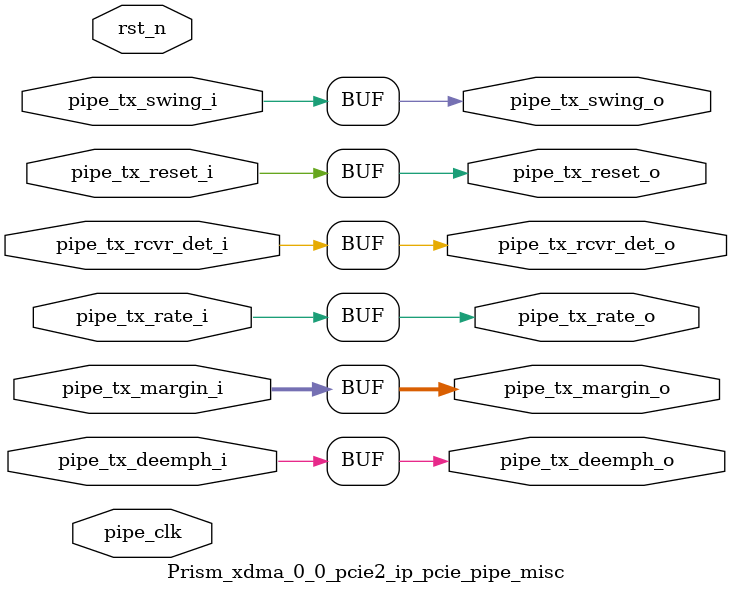
<source format=v>

`timescale 1ps/1ps

(* DowngradeIPIdentifiedWarnings = "yes" *)
module Prism_xdma_0_0_pcie2_ip_pcie_pipe_misc #
(
    parameter        PIPE_PIPELINE_STAGES = 0,    // 0 - 0 stages, 1 - 1 stage, 2 - 2 stages
    parameter TCQ  = 1 // synthesis warning solved: parameter declaration becomes local
)
(

    input   wire        pipe_tx_rcvr_det_i       ,     // PIPE Tx Receiver Detect
    input   wire        pipe_tx_reset_i          ,     // PIPE Tx Reset
    input   wire        pipe_tx_rate_i           ,     // PIPE Tx Rate
    input   wire        pipe_tx_deemph_i         ,     // PIPE Tx Deemphasis
    input   wire [2:0]  pipe_tx_margin_i         ,     // PIPE Tx Margin
    input   wire        pipe_tx_swing_i          ,     // PIPE Tx Swing

    output  wire        pipe_tx_rcvr_det_o       ,     // Pipelined PIPE Tx Receiver Detect
    output  wire        pipe_tx_reset_o          ,     // Pipelined PIPE Tx Reset
    output  wire        pipe_tx_rate_o           ,     // Pipelined PIPE Tx Rate
    output  wire        pipe_tx_deemph_o         ,     // Pipelined PIPE Tx Deemphasis
    output  wire [2:0]  pipe_tx_margin_o         ,     // Pipelined PIPE Tx Margin
    output  wire        pipe_tx_swing_o          ,     // Pipelined PIPE Tx Swing

    input   wire        pipe_clk                ,      // PIPE Clock
    input   wire        rst_n                          // Reset
);

//******************************************************************//
// Reality check.                                                   //
//******************************************************************//

//    parameter TCQ  = 1;      // clock to out delay model

    generate

    if (PIPE_PIPELINE_STAGES == 0) begin : pipe_stages_0

        assign pipe_tx_rcvr_det_o = pipe_tx_rcvr_det_i;
        assign pipe_tx_reset_o  = pipe_tx_reset_i;
        assign pipe_tx_rate_o = pipe_tx_rate_i;
        assign pipe_tx_deemph_o = pipe_tx_deemph_i;
        assign pipe_tx_margin_o = pipe_tx_margin_i;
        assign pipe_tx_swing_o = pipe_tx_swing_i;

    end // if (PIPE_PIPELINE_STAGES == 0)
    else if (PIPE_PIPELINE_STAGES == 1) begin : pipe_stages_1

    reg                pipe_tx_rcvr_det_q       ;
    reg                pipe_tx_reset_q          ;
    reg                pipe_tx_rate_q           ;
    reg                pipe_tx_deemph_q         ;
    reg [2:0]          pipe_tx_margin_q         ;
    reg                pipe_tx_swing_q          ;

        always @(posedge pipe_clk) begin

        if (rst_n)
        begin

            pipe_tx_rcvr_det_q <= #TCQ 0;
            pipe_tx_reset_q  <= #TCQ 1'b1;
            pipe_tx_rate_q <= #TCQ 0;
            pipe_tx_deemph_q <= #TCQ 1'b1;
            pipe_tx_margin_q <= #TCQ 0;
            pipe_tx_swing_q <= #TCQ 0;

        end
        else
        begin

            pipe_tx_rcvr_det_q <= #TCQ pipe_tx_rcvr_det_i;
            pipe_tx_reset_q  <= #TCQ pipe_tx_reset_i;
            pipe_tx_rate_q <= #TCQ pipe_tx_rate_i;
            pipe_tx_deemph_q <= #TCQ pipe_tx_deemph_i;
            pipe_tx_margin_q <= #TCQ pipe_tx_margin_i;
            pipe_tx_swing_q <= #TCQ pipe_tx_swing_i;

          end

        end

        assign pipe_tx_rcvr_det_o = pipe_tx_rcvr_det_q;
        assign pipe_tx_reset_o  = pipe_tx_reset_q;
        assign pipe_tx_rate_o = pipe_tx_rate_q;
        assign pipe_tx_deemph_o = pipe_tx_deemph_q;
        assign pipe_tx_margin_o = pipe_tx_margin_q;
        assign pipe_tx_swing_o = pipe_tx_swing_q;

    end // if (PIPE_PIPELINE_STAGES == 1)
    else if (PIPE_PIPELINE_STAGES == 2) begin : pipe_stages_2

    reg                pipe_tx_rcvr_det_q       ;
    reg                pipe_tx_reset_q          ;
    reg                pipe_tx_rate_q           ;
    reg                pipe_tx_deemph_q         ;
    reg [2:0]          pipe_tx_margin_q         ;
    reg                pipe_tx_swing_q          ;

    reg                pipe_tx_rcvr_det_qq      ;
    reg                pipe_tx_reset_qq         ;
    reg                pipe_tx_rate_qq          ;
    reg                pipe_tx_deemph_qq        ;
    reg [2:0]          pipe_tx_margin_qq        ;
    reg                pipe_tx_swing_qq         ;

        always @(posedge pipe_clk) begin

        if (rst_n)
        begin

            pipe_tx_rcvr_det_q <= #TCQ 0;
            pipe_tx_reset_q  <= #TCQ 1'b1;
            pipe_tx_rate_q <= #TCQ 0;
            pipe_tx_deemph_q <= #TCQ 1'b1;
            pipe_tx_margin_q <= #TCQ 0;
            pipe_tx_swing_q <= #TCQ 0;

            pipe_tx_rcvr_det_qq <= #TCQ 0;
            pipe_tx_reset_qq  <= #TCQ 1'b1;
            pipe_tx_rate_qq <= #TCQ 0;
            pipe_tx_deemph_qq <= #TCQ 1'b1;
            pipe_tx_margin_qq <= #TCQ 0;
            pipe_tx_swing_qq <= #TCQ 0;

        end
        else
        begin

            pipe_tx_rcvr_det_q <= #TCQ pipe_tx_rcvr_det_i;
            pipe_tx_reset_q  <= #TCQ pipe_tx_reset_i;
            pipe_tx_rate_q <= #TCQ pipe_tx_rate_i;
            pipe_tx_deemph_q <= #TCQ pipe_tx_deemph_i;
            pipe_tx_margin_q <= #TCQ pipe_tx_margin_i;
            pipe_tx_swing_q <= #TCQ pipe_tx_swing_i;

            pipe_tx_rcvr_det_qq <= #TCQ pipe_tx_rcvr_det_q;
            pipe_tx_reset_qq  <= #TCQ pipe_tx_reset_q;
            pipe_tx_rate_qq <= #TCQ pipe_tx_rate_q;
            pipe_tx_deemph_qq <= #TCQ pipe_tx_deemph_q;
            pipe_tx_margin_qq <= #TCQ pipe_tx_margin_q;
            pipe_tx_swing_qq <= #TCQ pipe_tx_swing_q;

          end

        end

        assign pipe_tx_rcvr_det_o = pipe_tx_rcvr_det_qq;
        assign pipe_tx_reset_o  = pipe_tx_reset_qq;
        assign pipe_tx_rate_o = pipe_tx_rate_qq;
        assign pipe_tx_deemph_o = pipe_tx_deemph_qq;
        assign pipe_tx_margin_o = pipe_tx_margin_qq;
        assign pipe_tx_swing_o = pipe_tx_swing_qq;

    end // if (PIPE_PIPELINE_STAGES == 2)

    endgenerate

endmodule


</source>
